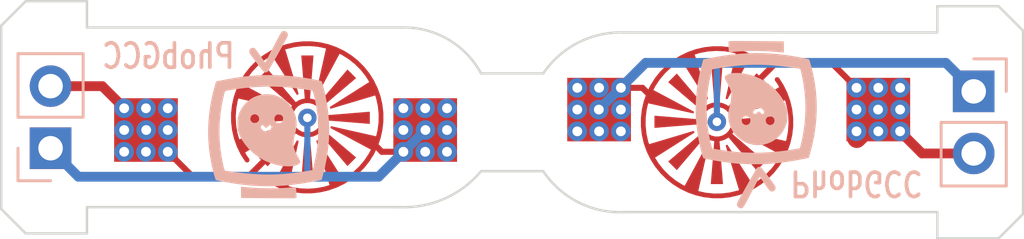
<source format=kicad_pcb>
(kicad_pcb (version 20211014) (generator pcbnew)
  (layers (0 "F.Cu" signal) (31 "B.Cu" signal) (36 "B.SilkS" user "B.Silkscreen") (37 "F.SilkS" user "F.Silkscreen") (38 "B.Mask" user) (39 "F.Mask" user) (44 "Edge.Cuts" user))
  (net 0 "")
  (net 1 "Net-(J1-Pad1)")
  (net 2 "Net-(J1-Pad2)")
  (net 3 "Net-(J2-Pad1)")
  (net 4 "Net-(J2-Pad2)")
  (footprint "PhobGCC_2_0_0_footprints:Trigger_Contact_Big" (layer "F.Cu") (at 116.797971 71.588)
    (fp_text reference "SW1" hide)
    (fp_text value "L" hide)
    (pad "1" thru_hole circle (at -5.7 -1.39) (size 0.8 0.8) (drill 0.4) (layers *.Cu *.Mask) (net 1 "Net-(J1-Pad1)"))
    (pad "1" thru_hole circle (at -4.81 0.39) (size 0.8 0.8) (drill 0.4) (layers *.Cu *.Mask) (net 1 "Net-(J1-Pad1)"))
    (pad "1" thru_hole circle (at -5.7 -0.5) (size 0.8 0.8) (drill 0.4) (layers *.Cu *.Mask) (net 1 "Net-(J1-Pad1)"))
    (pad "1" thru_hole circle (at -4.82 -0.5) (size 0.8 0.8) (drill 0.4) (layers *.Cu *.Mask) (net 1 "Net-(J1-Pad1)"))
    (pad "1" thru_hole circle (at -3.92 -1.39) (size 0.8 0.8) (drill 0.4) (layers *.Cu *.Mask) (net 1 "Net-(J1-Pad1)"))
    (pad "1" smd custom (at -2.65 -1) (size 0.356 0.356) (layers "F.Cu" "F.Paste" "F.Mask") (net 1 "Net-(J1-Pad1)") (options (clearance outline) (anchor circle)) (primitives (gr_arc (start 5.111435 -0.72988) (mid 0.526945 3.15211) (end 4.399839 -1.440066) (width 0.2)) (gr_poly (pts (xy 1.703449 1.369774) (xy 1.738804 1.440485) (xy 0.114665 2.472705) (xy -0.1505 1.924697)) (width 0) (fill yes)) (gr_poly (pts (xy 3.005749 1.969063) (xy 3.076459 1.933707) (xy 4.114047 3.568938) (xy 3.56604 3.834103)) (width 0) (fill yes)) (gr_poly (pts (xy 2.287472 0.057205) (xy 2.21676 0.092561) (xy 1.183521 -1.534395) (xy 1.731529 -1.79956)) (width 0) (fill yes)) (gr_poly (pts (xy 3.583103 1.448376) (xy 3.608104 1.373376) (xy 5.48821 1.792543) (xy 5.288209 2.367544)) (width 0) (fill yes)) (gr_poly (pts (xy 2.235686 1.937266) (xy 2.310687 1.962266) (xy 1.879832 3.875973) (xy 1.304833 3.675973)) (width 0) (fill yes)) (gr_poly (pts (xy 3.634031 0.65999) (xy 3.598676 0.58928) (xy 5.221933 -0.442173) (xy 5.487098 0.105835)) (width 0) (fill yes)) (gr_poly (pts (xy 3.079247 0.078767) (xy 3.004246 0.053767) (xy 3.426359 -1.833924) (xy 4.001359 -1.633924)) (width 0) (fill yes)) (gr_poly (pts (xy 1.716083 0.585141) (xy 1.691082 0.66014) (xy -0.234407 0.224862) (xy -0.034407 -0.350138)) (width 0) (fill yes))))
    (pad "1" thru_hole circle (at -3.92 -0.5) (size 0.8 0.8) (drill 0.4) (layers *.Cu *.Mask) (net 1 "Net-(J1-Pad1)"))
    (pad "1" thru_hole circle (at -3.92 0.39) (size 0.8 0.8) (drill 0.4) (layers *.Cu *.Mask) (net 1 "Net-(J1-Pad1)"))
    (pad "1" thru_hole circle (at -5.7 0.39) (size 0.8 0.8) (drill 0.4) (layers *.Cu *.Mask) (net 1 "Net-(J1-Pad1)"))
    (pad "1" thru_hole circle (at 0 0) (size 0.75 0.75) (drill 0.35) (layers *.Cu *.Mask) (net 1 "Net-(J1-Pad1)"))
    (pad "1" smd custom (at -4.81 -0.5) (size 1.524 1.524) (layers "F.Cu" "F.Paste" "F.Mask") (net 1 "Net-(J1-Pad1)") (options (clearance outline) (anchor circle)) (primitives (gr_rect (start -1.3 1.3) (end 1.3 -1.3) (width 0) (fill yes))))
    (pad "1" thru_hole circle (at -4.81 -1.39) (size 0.8 0.8) (drill 0.4) (layers *.Cu *.Mask) (net 1 "Net-(J1-Pad1)"))
    (pad "2" thru_hole circle (at 6.58 -0.5) (size 0.8 0.8) (drill 0.4) (layers *.Cu *.Mask) (net 2 "Net-(J1-Pad2)"))
    (pad "2" thru_hole circle (at 7.48 -0.5) (size 0.8 0.8) (drill 0.4) (layers *.Cu *.Mask) (net 2 "Net-(J1-Pad2)"))
    (pad "2" thru_hole circle (at 6.59 -1.39) (size 0.8 0.8) (drill 0.4) (layers *.Cu *.Mask) (net 2 "Net-(J1-Pad2)"))
    (pad "2" thru_hole circle (at 7.48 0.39) (size 0.8 0.8) (drill 0.4) (layers *.Cu *.Mask) (net 2 "Net-(J1-Pad2)"))
    (pad "2" thru_hole circle (at 7.48 -1.39) (size 0.8 0.8) (drill 0.4) (layers *.Cu *.Mask) (net 2 "Net-(J1-Pad2)"))
    (pad "2" thru_hole circle (at 5.7 0.39) (size 0.8 0.8) (drill 0.4) (layers *.Cu *.Mask) (net 2 "Net-(J1-Pad2)"))
    (pad "2" smd custom (at 1.65 -1.65) (size 0.356 0.156) (layers "F.Cu" "F.Paste" "F.Mask") (net 2 "Net-(J1-Pad2)") (options (clearance outline) (anchor rect)) (primitives (gr_poly (pts (xy -1.097608 1.226794) (xy -1.239029 1.085372) (xy -0.027632 -0.338156) (xy 0.325921 0.015398)) (width 0) (fill yes)) (gr_circle (center -1.65 1.65) (end -0.95 1.65) (width 0.2) (fill none)) (gr_poly (pts (xy -0.95 1.75) (xy -0.95 1.55) (xy 0.9 1.4) (xy 0.9 1.9)) (width 0) (fill yes)) (gr_poly (pts (xy -1.75 2.35) (xy -1.55 2.35) (xy -1.4 4.2) (xy -1.9 4.2)) (width 0) (fill yes)) (gr_poly (pts (xy -2.35 1.55) (xy -2.35 1.75) (xy -4.2 1.9) (xy -4.2 1.4)) (width 0) (fill yes)) (gr_poly (pts (xy -2.087557 1.085372) (xy -2.228979 1.226794) (xy -3.640007 0.027898) (xy -3.286453 -0.325656)) (width 0) (fill yes)) (gr_poly (pts (xy -1.239029 2.216743) (xy -1.097608 2.075322) (xy 0.32592 3.286718) (xy -0.027633 3.640271)) (width 0) (fill yes)) (gr_poly (pts (xy -2.228979 2.075322) (xy -2.087557 2.216743) (xy -3.286451 3.62777) (xy -3.640005 3.274217)) (width 0) (fill yes)) (gr_poly (pts (xy -1.55 0.95) (xy -1.75 0.95) (xy -1.9 -0.9) (xy -1.4 -0.9)) (width 0) (fill yes))))
    (pad "2" thru_hole circle (at 5.7 -0.5) (size 0.8 0.8) (drill 0.4) (layers *.Cu *.Mask) (net 2 "Net-(J1-Pad2)"))
    (pad "2" thru_hole circle (at 6.59 0.39) (size 0.8 0.8) (drill 0.4) (layers *.Cu *.Mask) (net 2 "Net-(J1-Pad2)"))
    (pad "2" smd custom (at 6.59 -0.5) (size 1.524 1.524) (layers "F.Cu" "F.Paste" "F.Mask") (net 2 "Net-(J1-Pad2)") (options (clearance outline) (anchor circle)) (primitives (gr_rect (start -1.3 1.3) (end 1.3 -1.3) (width 0) (fill yes))))
    (pad "2" thru_hole circle (at 5.7 -1.39) (size 0.8 0.8) (drill 0.4) (layers *.Cu *.Mask) (net 2 "Net-(J1-Pad2)"))
  )
  (footprint "PhobGCC_Footprints:breakaway-mousebites-double" (layer "F.Cu") (at 109.705907 71.375 90)
    (fp_text reference "H2" hide)
    (fp_text value "MouseBiteRA" hide)
    (fp_line (start -2.233 -2.537893) (end -2.233 0.002107) (layer "Edge.Cuts") (width 0.1))
    (fp_line (start 1.767 -2.537893) (end 1.767 0.002107) (layer "Edge.Cuts") (width 0.1))
    (pad "" np_thru_hole circle (at -0.23 -2.26085 270) (size 0.7874 0.7874) (drill 0.7874) (layers *.Cu *.Mask))
    (pad "" np_thru_hole circle (at 1.04 -0.23 90) (size 0.7874 0.7874) (drill 0.7874) (layers *.Cu *.Mask))
    (pad "" np_thru_hole circle (at -1.5 -0.23 90) (size 0.7874 0.7874) (drill 0.7874) (layers *.Cu *.Mask))
    (pad "" np_thru_hole circle (at -0.23 -0.23 90) (size 0.7874 0.7874) (drill 0.7874) (layers *.Cu *.Mask))
    (pad "" np_thru_hole circle (at 1.04 -2.26085 270) (size 0.7874 0.7874) (drill 0.7874) (layers *.Cu *.Mask))
    (pad "" np_thru_hole circle (at -1.5 -2.26085 270) (size 0.7874 0.7874) (drill 0.7874) (layers *.Cu *.Mask))
  )
  (footprint "PhobGCC_2_0_0_footprints:Trigger_Contact_Big" (layer "F.Cu") (at 100.078057 71.424503 180)
    (fp_text reference "SW2" hide)
    (fp_text value "R" hide)
    (pad "1" thru_hole circle (at -5.7 -1.39 180) (size 0.8 0.8) (drill 0.4) (layers *.Cu *.Mask) (net 3 "Net-(J2-Pad1)"))
    (pad "1" thru_hole circle (at -3.92 -0.5 180) (size 0.8 0.8) (drill 0.4) (layers *.Cu *.Mask) (net 3 "Net-(J2-Pad1)"))
    (pad "1" smd custom (at -4.81 -0.5 180) (size 1.524 1.524) (layers "F.Cu" "F.Paste" "F.Mask") (net 3 "Net-(J2-Pad1)") (options (clearance outline) (anchor circle)) (primitives (gr_rect (start -1.3 1.3) (end 1.3 -1.3) (width 0) (fill yes))))
    (pad "1" thru_hole circle (at -3.92 -1.39 180) (size 0.8 0.8) (drill 0.4) (layers *.Cu *.Mask) (net 3 "Net-(J2-Pad1)"))
    (pad "1" smd custom (at -2.65 -1 180) (size 0.356 0.356) (layers "F.Cu" "F.Paste" "F.Mask") (net 3 "Net-(J2-Pad1)") (options (clearance outline) (anchor circle)) (primitives (gr_arc (start 5.111435 -0.72988) (mid 0.526945 3.15211) (end 4.399839 -1.440066) (width 0.2)) (gr_poly (pts (xy 1.703449 1.369774) (xy 1.738804 1.440485) (xy 0.114665 2.472705) (xy -0.1505 1.924697)) (width 0) (fill yes)) (gr_poly (pts (xy 3.005749 1.969063) (xy 3.076459 1.933707) (xy 4.114047 3.568938) (xy 3.56604 3.834103)) (width 0) (fill yes)) (gr_poly (pts (xy 2.287472 0.057205) (xy 2.21676 0.092561) (xy 1.183521 -1.534395) (xy 1.731529 -1.79956)) (width 0) (fill yes)) (gr_poly (pts (xy 3.583103 1.448376) (xy 3.608104 1.373376) (xy 5.48821 1.792543) (xy 5.288209 2.367544)) (width 0) (fill yes)) (gr_poly (pts (xy 2.235686 1.937266) (xy 2.310687 1.962266) (xy 1.879832 3.875973) (xy 1.304833 3.675973)) (width 0) (fill yes)) (gr_poly (pts (xy 3.634031 0.65999) (xy 3.598676 0.58928) (xy 5.221933 -0.442173) (xy 5.487098 0.105835)) (width 0) (fill yes)) (gr_poly (pts (xy 3.079247 0.078767) (xy 3.004246 0.053767) (xy 3.426359 -1.833924) (xy 4.001359 -1.633924)) (width 0) (fill yes)) (gr_poly (pts (xy 1.716083 0.585141) (xy 1.691082 0.66014) (xy -0.234407 0.224862) (xy -0.034407 -0.350138)) (width 0) (fill yes))))
    (pad "1" thru_hole circle (at -4.81 0.39 180) (size 0.8 0.8) (drill 0.4) (layers *.Cu *.Mask) (net 3 "Net-(J2-Pad1)"))
    (pad "1" thru_hole circle (at -4.81 -1.39 180) (size 0.8 0.8) (drill 0.4) (layers *.Cu *.Mask) (net 3 "Net-(J2-Pad1)"))
    (pad "1" thru_hole circle (at 0 0 180) (size 0.75 0.75) (drill 0.35) (layers *.Cu *.Mask) (net 3 "Net-(J2-Pad1)"))
    (pad "1" thru_hole circle (at -5.7 -0.5 180) (size 0.8 0.8) (drill 0.4) (layers *.Cu *.Mask) (net 3 "Net-(J2-Pad1)"))
    (pad "1" thru_hole circle (at -4.82 -0.5 180) (size 0.8 0.8) (drill 0.4) (layers *.Cu *.Mask) (net 3 "Net-(J2-Pad1)"))
    (pad "1" thru_hole circle (at -3.92 0.39 180) (size 0.8 0.8) (drill 0.4) (layers *.Cu *.Mask) (net 3 "Net-(J2-Pad1)"))
    (pad "1" thru_hole circle (at -5.7 0.39 180) (size 0.8 0.8) (drill 0.4) (layers *.Cu *.Mask) (net 3 "Net-(J2-Pad1)"))
    (pad "2" thru_hole circle (at 6.58 -0.5 180) (size 0.8 0.8) (drill 0.4) (layers *.Cu *.Mask) (net 4 "Net-(J2-Pad2)"))
    (pad "2" smd custom (at 6.59 -0.5 180) (size 1.524 1.524) (layers "F.Cu" "F.Paste" "F.Mask") (net 4 "Net-(J2-Pad2)") (options (clearance outline) (anchor circle)) (primitives (gr_rect (start -1.3 1.3) (end 1.3 -1.3) (width 0) (fill yes))))
    (pad "2" smd custom (at 1.65 -1.65 180) (size 0.356 0.156) (layers "F.Cu" "F.Paste" "F.Mask") (net 4 "Net-(J2-Pad2)") (options (clearance outline) (anchor rect)) (primitives (gr_poly (pts (xy -1.097608 1.226794) (xy -1.239029 1.085372) (xy -0.027632 -0.338156) (xy 0.325921 0.015398)) (width 0) (fill yes)) (gr_circle (center -1.65 1.65) (end -0.95 1.65) (width 0.2) (fill none)) (gr_poly (pts (xy -0.95 1.75) (xy -0.95 1.55) (xy 0.9 1.4) (xy 0.9 1.9)) (width 0) (fill yes)) (gr_poly (pts (xy -1.75 2.35) (xy -1.55 2.35) (xy -1.4 4.2) (xy -1.9 4.2)) (width 0) (fill yes)) (gr_poly (pts (xy -2.35 1.55) (xy -2.35 1.75) (xy -4.2 1.9) (xy -4.2 1.4)) (width 0) (fill yes)) (gr_poly (pts (xy -2.087557 1.085372) (xy -2.228979 1.226794) (xy -3.640007 0.027898) (xy -3.286453 -0.325656)) (width 0) (fill yes)) (gr_poly (pts (xy -1.239029 2.216743) (xy -1.097608 2.075322) (xy 0.32592 3.286718) (xy -0.027633 3.640271)) (width 0) (fill yes)) (gr_poly (pts (xy -2.228979 2.075322) (xy -2.087557 2.216743) (xy -3.286451 3.62777) (xy -3.640005 3.274217)) (width 0) (fill yes)) (gr_poly (pts (xy -1.55 0.95) (xy -1.75 0.95) (xy -1.9 -0.9) (xy -1.4 -0.9)) (width 0) (fill yes))))
    (pad "2" thru_hole circle (at 6.59 -1.39 180) (size 0.8 0.8) (drill 0.4) (layers *.Cu *.Mask) (net 4 "Net-(J2-Pad2)"))
    (pad "2" thru_hole circle (at 7.48 -0.5 180) (size 0.8 0.8) (drill 0.4) (layers *.Cu *.Mask) (net 4 "Net-(J2-Pad2)"))
    (pad "2" thru_hole circle (at 7.48 0.39 180) (size 0.8 0.8) (drill 0.4) (layers *.Cu *.Mask) (net 4 "Net-(J2-Pad2)"))
    (pad "2" thru_hole circle (at 5.7 -0.5 180) (size 0.8 0.8) (drill 0.4) (layers *.Cu *.Mask) (net 4 "Net-(J2-Pad2)"))
    (pad "2" thru_hole circle (at 6.59 0.39 180) (size 0.8 0.8) (drill 0.4) (layers *.Cu *.Mask) (net 4 "Net-(J2-Pad2)"))
    (pad "2" thru_hole circle (at 5.7 -1.39 180) (size 0.8 0.8) (drill 0.4) (layers *.Cu *.Mask) (net 4 "Net-(J2-Pad2)"))
    (pad "2" thru_hole circle (at 5.7 0.39 180) (size 0.8 0.8) (drill 0.4) (layers *.Cu *.Mask) (net 4 "Net-(J2-Pad2)"))
    (pad "2" thru_hole circle (at 7.48 -1.39 180) (size 0.8 0.8) (drill 0.4) (layers *.Cu *.Mask) (net 4 "Net-(J2-Pad2)"))
  )
  (footprint "PhobGCC_Footprints:Pin_Header_Straight_1x02_Pitch2.54mm" (layer "B.Cu") (at 127.282971 70.343003 180)
    (fp_text reference "J1" hide)
    (fp_text value "L" hide)
    (fp_line (start -1.33 0) (end -1.33 1.33) (layer "B.SilkS") (width 0.12))
    (fp_line (start -1.33 1.33) (end 0 1.33) (layer "B.SilkS") (width 0.12))
    (fp_line (start 1.33 -1.27) (end 1.33 -3.87) (layer "B.SilkS") (width 0.12))
    (fp_line (start -1.33 -1.27) (end 1.33 -1.27) (layer "B.SilkS") (width 0.12))
    (fp_line (start -1.33 -3.87) (end 1.33 -3.87) (layer "B.SilkS") (width 0.12))
    (fp_line (start -1.33 -1.27) (end -1.33 -3.87) (layer "B.SilkS") (width 0.12))
    (pad "1" thru_hole rect (at 0 0 180) (size 1.7 1.7) (drill 1) (layers *.Cu *.Mask) (net 1 "Net-(J1-Pad1)"))
    (pad "2" thru_hole oval (at 0 -2.54 180) (size 1.7 1.7) (drill 1) (layers *.Cu *.Mask) (net 2 "Net-(J1-Pad2)"))
  )
  (footprint "Library:phobtv_bold_smol" (layer "B.Cu") (at 118.4 71.7)
    (fp_text reference "G***" hide)
    (fp_text value "LOGO" hide)
    (fp_poly (pts (xy 1.128773 -2.944901) (xy 1.13119 -2.945735) (xy 1.132329 -2.957281) (xy 1.133129 -2.986661) (xy 1.13361 -3.029938) (xy 1.133795 -3.083174) (xy 1.133708 -3.142431) (xy 1.133368 -3.203771) (xy 1.1328 -3.263258) (xy 1.132025 -3.316954) (xy 1.131065 -3.360921) (xy 1.129943 -3.391221) (xy 1.128681 -3.403918) (xy 1.128604 -3.404031) (xy 1.117709 -3.404349) (xy 1.086478 -3.404802) (xy 1.036351 -3.405378) (xy 0.968764 -3.406064) (xy 0.885158 -3.406847) (xy 0.78697 -3.407716) (xy 0.675639 -3.408657) (xy 0.552603 -3.409658) (xy 0.419301 -3.410707) (xy 0.277172 -3.411792) (xy 0.127653 -3.412899) (xy 0.004348 -3.413788) (xy -0.185953 -3.415088) (xy -0.355457 -3.416119) (xy -0.505138 -3.416879) (xy -0.635972 -3.417362) (xy -0.748934 -3.417564) (xy -0.844998 -3.417481) (xy -0.925141 -3.417108) (xy -0.990337 -3.416442) (xy -1.041561 -3.415478) (xy -1.07979 -3.414212) (xy -1.105997 -3.41264) (xy -1.121158 -3.410757) (xy -1.126145 -3.408828) (xy -1.128989 -3.393264) (xy -1.13037 -3.360941) (xy -1.130462 -3.315773) (xy -1.12944 -3.261675) (xy -1.127477 -3.202563) (xy -1.124747 -3.142353) (xy -1.121424 -3.084958) (xy -1.117681 -3.034296) (xy -1.113692 -2.99428) (xy -1.109632 -2.968827) (xy -1.106286 -2.961564) (xy -1.09193 -2.962508) (xy -1.059643 -2.964987) (xy -1.01319 -2.9687) (xy -0.956337 -2.973346) (xy -0.903643 -2.977721) (xy -0.602638 -2.997432) (xy -0.288392 -3.007747) (xy 0.032733 -3.008756) (xy 0.354379 -3.000551) (xy 0.670184 -2.983219) (xy 0.973789 -2.956852) (xy 1.033638 -2.950373) (xy 1.076029 -2.946313) (xy 1.109532 -2.944404)) (layer "B.SilkS") (width 0) (fill solid))
    (fp_poly (pts (xy 0.162363 0.840019) (xy 0.312452 0.819482) (xy 0.461465 0.779284) (xy 0.607771 0.718737) (xy 0.649975 0.696997) (xy 0.7857 0.611664) (xy 0.907633 0.509969) (xy 1.014824 0.393133) (xy 1.106325 0.262377) (xy 1.181188 0.118921) (xy 1.238463 -0.036012) (xy 1.249378 -0.074365) (xy 1.260146 -0.116636) (xy 1.267816 -0.154048) (xy 1.272903 -0.191873) (xy 1.275924 -0.235381) (xy 1.277397 -0.289844) (xy 1.277837 -0.360533) (xy 1.277841 -0.364724) (xy 1.275868 -0.472086) (xy 1.269006 -0.563504) (xy 1.256148 -0.644475) (xy 1.236185 -0.720499) (xy 1.208011 -0.797073) (xy 1.176628 -0.867015) (xy 1.077804 -1.048975) (xy 0.96094 -1.22021) (xy 0.827496 -1.379683) (xy 0.678932 -1.526355) (xy 0.516709 -1.65919) (xy 0.342288 -1.777149) (xy 0.157128 -1.879195) (xy -0.037309 -1.964291) (xy -0.239564 -2.031398) (xy -0.448175 -2.07948) (xy -0.553086 -2.095888) (xy -0.636564 -2.104315) (xy -0.727664 -2.109134) (xy -0.819318 -2.110274) (xy -0.904461 -2.107663) (xy -0.976024 -2.101228) (xy -0.982752 -2.100285) (xy -1.07249 -2.082329) (xy -1.148703 -2.05724) (xy -1.209671 -2.026053) (xy -1.253675 -1.989807) (xy -1.278997 -1.949539) (xy -1.284697 -1.918084) (xy -1.278264 -1.88773) (xy -1.25929 -1.840995) (xy -1.228266 -1.77894) (xy -1.18568 -1.702631) (xy -1.184754 -1.701035) (xy -1.126819 -1.596941) (xy -1.082312 -1.506876) (xy -1.050215 -1.42858) (xy -1.029509 -1.359792) (xy -1.027924 -1.35289) (xy -1.015291 -1.261036) (xy -1.014202 -1.153305) (xy -1.024399 -1.032121) (xy -1.045625 -0.899909) (xy -1.077623 -0.759092) (xy -1.099252 -0.680454) (xy -1.125763 -0.5577) (xy -1.129806 -0.513594) (xy -0.111014 -0.513594) (xy -0.094045 -0.558235) (xy -0.080596 -0.579578) (xy -0.032354 -0.632298) (xy 0.024243 -0.664967) (xy 0.089325 -0.677622) (xy 0.163027 -0.670306) (xy 0.192531 -0.662538) (xy 0.222368 -0.646408) (xy 0.256711 -0.617636) (xy 0.289227 -0.582469) (xy 0.313587 -0.547154) (xy 0.317613 -0.539138) (xy 0.324271 -0.500678) (xy 0.312081 -0.464065) (xy 0.288276 -0.439778) (xy 0.26483 -0.428438) (xy 0.241928 -0.430528) (xy 0.228569 -0.435517) (xy 0.206162 -0.447203) (xy 0.196022 -0.457239) (xy 0.195971 -0.457751) (xy 0.18954 -0.47093) (xy 0.173528 -0.492971) (xy 0.167785 -0.499979) (xy 0.134228 -0.527281) (xy 0.098891 -0.533367) (xy 0.064139 -0.518164) (xy 0.048583 -0.503536) (xy 0.023265 -0.475015) (xy -0.000411 -0.448248) (xy -0.000558 -0.448081) (xy -0.022967 -0.430011) (xy -0.048129 -0.428798) (xy -0.052357 -0.429745) (xy -0.089782 -0.44729) (xy -0.109463 -0.475926) (xy -0.111014 -0.513594) (xy -1.129806 -0.513594) (xy -1.137966 -0.424562) (xy -1.135917 -0.287023) (xy -1.120353 -0.156754) (xy -0.587872 -0.156754) (xy -0.577987 -0.219373) (xy -0.549907 -0.273013) (xy -0.505844 -0.314169) (xy -0.479406 -0.328575) (xy -0.441228 -0.337057) (xy -0.393983 -0.336335) (xy -0.347856 -0.327377) (xy -0.31562 -0.313009) (xy -0.269034 -0.272203) (xy -0.241614 -0.224727) (xy -0.234696 -0.191958) (xy 0.393496 -0.191958) (xy 0.399564 -0.220902) (xy 0.414631 -0.248514) (xy 0.415734 -0.250148) (xy 0.45918 -0.299023) (xy 0.510129 -0.327839) (xy 0.570194 -0.337501) (xy 0.571582 -0.337505) (xy 0.620945 -0.332523) (xy 0.660164 -0.315875) (xy 0.664976 -0.31275) (xy 0.712785 -0.271466) (xy 0.740478 -0.224403) (xy 0.749504 -0.168779) (xy 0.748914 -0.15171) (xy 0.735905 -0.088784) (xy 0.7064 -0.0399) (xy 0.659971 -0.004405) (xy 0.64887 0.00103) (xy 0.59371 0.018531) (xy 0.541799 0.017155) (xy 0.494294 0.00103) (xy 0.444503 -0.031922) (xy 0.41172 -0.078135) (xy 0.395517 -0.138262) (xy 0.39425 -0.15171) (xy 0.393496 -0.191958) (xy -0.234696 -0.191958) (xy -0.231692 -0.177729) (xy -0.235855 -0.118771) (xy -0.257272 -0.067345) (xy -0.292399 -0.025802) (xy -0.337693 0.003508) (xy -0.389611 0.018236) (xy -0.444609 0.016031) (xy -0.495048 -0.003067) (xy -0.545257 -0.041774) (xy -0.576057 -0.090243) (xy -0.58774 -0.148953) (xy -0.587872 -0.156754) (xy -1.120353 -0.156754) (xy -1.119673 -0.151063) (xy -1.093177 -0.035732) (xy -1.038897 0.11477) (xy -0.967752 0.253152) (xy -0.881373 0.378727) (xy -0.78139 0.49081) (xy -0.669436 0.588715) (xy -0.547141 0.671757) (xy -0.416136 0.739249) (xy -0.278052 0.790507) (xy -0.13452 0.824845) (xy 0.012828 0.841578)) (layer "B.SilkS") (width 0) (fill solid))
    (fp_poly (pts (xy 0.161396 1.622304) (xy 0.359089 1.616435) (xy 0.55271 1.606222) (xy 0.745436 1.59131) (xy 0.940445 1.571344) (xy 1.140916 1.545968) (xy 1.350027 1.514829) (xy 1.570956 1.477571) (xy 1.806882 1.433839) (xy 1.997747 1.396139) (xy 2.150102 1.365355) (xy 2.185427 1.246094) (xy 2.287068 0.867295) (xy 2.367023 0.490327) (xy 2.425295 0.115066) (xy 2.461884 -0.258609) (xy 2.476792 -0.630822) (xy 2.470021 -1.001695) (xy 2.441573 -1.371351) (xy 2.391447 -1.739913) (xy 2.319647 -2.107503) (xy 2.230065 -2.460523) (xy 2.212119 -2.522292) (xy 2.195241 -2.577153) (xy 2.180618 -2.621498) (xy 2.169433 -2.65172) (xy 2.16324 -2.663909) (xy 2.148336 -2.670215) (xy 2.114475 -2.679704) (xy 2.064156 -2.691854) (xy 1.999881 -2.706146) (xy 1.924149 -2.722059) (xy 1.83946 -2.739071) (xy 1.748315 -2.756662) (xy 1.653212 -2.774312) (xy 1.556654 -2.7915) (xy 1.521687 -2.797531) (xy 1.214507 -2.844327) (xy 0.90246 -2.880878) (xy 0.590486 -2.906829) (xy 0.283522 -2.921827) (xy -0.013496 -2.925517) (xy -0.206858 -2.921402) (xy -0.635153 -2.897266) (xy -1.057241 -2.855709) (xy -1.477714 -2.796132) (xy -1.901164 -2.717939) (xy -2.10039 -2.675066) (xy -2.159417 -2.661807) (xy -2.190705 -2.553) (xy -2.289951 -2.171057) (xy -2.36751 -1.790765) (xy -2.423391 -1.411891) (xy -2.457599 -1.034205) (xy -2.470143 -0.657475) (xy -2.47004 -0.653236) (xy -2.018199 -0.653236) (xy -2.015624 -0.837629) (xy -2.008388 -1.009704) (xy -1.995885 -1.175605) (xy -1.97751 -1.341472) (xy -1.952657 -1.513449) (xy -1.92072 -1.697678) (xy -1.909276 -1.758294) (xy -1.897795 -1.815238) (xy -1.883895 -1.879697) (xy -1.868416 -1.948237) (xy -1.852198 -2.017424) (xy -1.83608 -2.083823) (xy -1.820901 -2.144001) (xy -1.8075 -2.194523) (xy -1.796718 -2.231954) (xy -1.789394 -2.25286) (xy -1.787677 -2.255773) (xy -1.774485 -2.260242) (xy -1.742879 -2.267433) (xy -1.695972 -2.276798) (xy -1.636878 -2.287791) (xy -1.56871 -2.299863) (xy -1.494581 -2.312466) (xy -1.417604 -2.325052) (xy -1.340894 -2.337075) (xy -1.267563 -2.347985) (xy -1.246592 -2.350973) (xy -0.94631 -2.389436) (xy -0.660917 -2.417912) (xy -0.386075 -2.436633) (xy -0.117447 -2.445835) (xy 0.149305 -2.445752) (xy 0.375611 -2.438654) (xy 0.705458 -2.418983) (xy 1.026407 -2.389658) (xy 1.348651 -2.349642) (xy 1.55688 -2.318483) (xy 1.622041 -2.308042) (xy 1.681006 -2.298423) (xy 1.729909 -2.290271) (xy 1.764885 -2.284229) (xy 1.781791 -2.281008) (xy 1.792169 -2.276096) (xy 1.801247 -2.264442) (xy 1.810361 -2.242642) (xy 1.820847 -2.207293) (xy 1.834041 -2.154989) (xy 1.838444 -2.13667) (xy 1.914414 -1.773068) (xy 1.968612 -1.409741) (xy 2.001039 -1.046666) (xy 2.011693 -0.683817) (xy 2.000576 -0.321167) (xy 1.967688 0.041309) (xy 1.91303 0.403636) (xy 1.867572 0.631128) (xy 1.851364 0.703463) (xy 1.835066 0.77303) (xy 1.819516 0.836552) (xy 1.805547 0.890754) (xy 1.793997 0.932364) (xy 1.785699 0.958105) (xy 1.782441 0.96478) (xy 1.768019 0.970209) (xy 1.73469 0.978064) (xy 1.685134 0.987921) (xy 1.622033 0.999359) (xy 1.548066 1.011952) (xy 1.465914 1.025279) (xy 1.378258 1.038917) (xy 1.287778 1.052442) (xy 1.197154 1.065432) (xy 1.109068 1.077463) (xy 1.026199 1.088112) (xy 0.951227 1.096957) (xy 0.930862 1.099176) (xy 0.567955 1.131126) (xy 0.211022 1.149214) (xy -0.137348 1.153418) (xy -0.474563 1.143713) (xy -0.798035 1.120075) (xy -0.843763 1.115477) (xy -0.928307 1.106209) (xy -1.019973 1.095349) (xy -1.116295 1.083259) (xy -1.214809 1.070302) (xy -1.31305 1.056841) (xy -1.408552 1.043239) (xy -1.498851 1.029858) (xy -1.581482 1.017061) (xy -1.65398 1.00521) (xy -1.713879 0.994669) (xy -1.758715 0.985801) (xy -1.786023 0.978967) (xy -1.793238 0.975757) (xy -1.798863 0.962277) (xy -1.808297 0.931036) (xy -1.820672 0.885541) (xy -1.835119 0.829296) (xy -1.850771 0.765807) (xy -1.866759 0.698581) (xy -1.882215 0.631122) (xy -1.896271 0.566937) (xy -1.905466 0.522589) (xy -1.945937 0.302451) (xy -1.976786 0.090528) (xy -1.998642 -0.11977) (xy -2.012137 -0.335032) (xy -2.017904 -0.561847) (xy -2.018199 -0.653236) (xy -2.47004 -0.653236) (xy -2.46103 -0.28147) (xy -2.430266 0.094041) (xy -2.377858 0.46929) (xy -2.303815 0.844507) (xy -2.296126 0.878126) (xy -2.278157 0.953714) (xy -2.258844 1.031297) (xy -2.239038 1.10781) (xy -2.219589 1.180186) (xy -2.201346 1.245359) (xy -2.18516 1.300263) (xy -2.171881 1.341833) (xy -2.162358 1.367001) (xy -2.158999 1.372774) (xy -2.14358 1.379498) (xy -2.109265 1.38919) (xy -2.058652 1.401343) (xy -1.994341 1.415449) (xy -1.918931 1.430998) (xy -1.835019 1.447485) (xy -1.745206 1.4644) (xy -1.65209 1.481236) (xy -1.55827 1.497485) (xy -1.466345 1.512639) (xy -1.378913 1.52619) (xy -1.358718 1.529172) (xy -1.090097 1.564906) (xy -0.831992 1.591709) (xy -0.576585 1.610147) (xy -0.31606 1.620784) (xy -0.043549 1.624185)) (layer "B.SilkS") (width 0) (fill solid))
    (fp_poly (pts (xy -0.59812 3.42473) (xy -0.584482 3.42319) (xy -0.571776 3.420306) (xy -0.559287 3.414918) (xy -0.546301 3.405862) (xy -0.532103 3.391979) (xy -0.515979 3.372104) (xy -0.497216 3.345077) (xy -0.475098 3.309736) (xy -0.448911 3.264918) (xy -0.417942 3.209462) (xy -0.381475 3.142206) (xy -0.338797 3.061987) (xy -0.289193 2.967645) (xy -0.23195 2.858017) (xy -0.166351 2.731941) (xy -0.091685 2.588256) (xy -0.055279 2.518204) (xy -0.01572 2.442223) (xy 0.02169 2.370611) (xy 0.055475 2.306177) (xy 0.084155 2.25173) (xy 0.106256 2.210079) (xy 0.120299 2.184032) (xy 0.122897 2.179369) (xy 0.138152 2.153686) (xy 0.147734 2.144631) (xy 0.156638 2.149851) (xy 0.164435 2.159793) (xy 0.174899 2.174535) (xy 0.195901 2.20475) (xy 0.22571 2.247925) (xy 0.262594 2.301545) (xy 0.304822 2.363097) (xy 0.350662 2.430066) (xy 0.359254 2.442633) (xy 0.418275 2.527919) (xy 0.46914 2.599199) (xy 0.511079 2.655455) (xy 0.543324 2.695666) (xy 0.565106 2.718812) (xy 0.57051 2.72294) (xy 0.618958 2.740681) (xy 0.670728 2.74032) (xy 0.719967 2.723501) (xy 0.760824 2.69187) (xy 0.780189 2.664) (xy 0.796689 2.61039) (xy 0.7918 2.554324) (xy 0.765475 2.495278) (xy 0.764157 2.493137) (xy 0.742209 2.459787) (xy 0.710563 2.414409) (xy 0.670928 2.359245) (xy 0.625015 2.296538) (xy 0.574533 2.228531) (xy 0.521192 2.157467) (xy 0.466703 2.085589) (xy 0.412775 2.015138) (xy 0.361119 1.948359) (xy 0.313444 1.887493) (xy 0.271461 1.834783) (xy 0.236879 1.792473) (xy 0.211408 1.762805) (xy 0.196759 1.748022) (xy 0.195304 1.747062) (xy 0.146972 1.733083) (xy 0.095475 1.735985) (xy 0.06297 1.747997) (xy 0.039548 1.7673) (xy 0.015318 1.797046) (xy 0.007057 1.810163) (xy -0.048584 1.907708) (xy -0.108173 2.012418) (xy -0.170529 2.122202) (xy -0.234473 2.234968) (xy -0.298824 2.348625) (xy -0.362402 2.461083) (xy -0.424028 2.57025) (xy -0.482521 2.674034) (xy -0.536701 2.770345) (xy -0.585388 2.857093) (xy -0.627403 2.932184) (xy -0.661565 2.993529) (xy -0.686694 3.039036) (xy -0.695127 3.054504) (xy -0.72892 3.117818) (xy -0.753166 3.165834) (xy -0.769319 3.202047) (xy -0.778833 3.229953) (xy -0.783161 3.253046) (xy -0.783883 3.267918) (xy -0.774178 3.323421) (xy -0.747489 3.370205) (xy -0.707453 3.404896) (xy -0.65771 3.424116) (xy -0.613403 3.42609)) (layer "B.SilkS") (width 0) (fill solid))
  )
  (footprint "PhobGCC_Footprints:Pin_Header_Straight_1x02_Pitch2.54mm" (layer "B.Cu") (at 89.593057 72.6695)
    (fp_text reference "J2" hide)
    (fp_text value "R" hide)
    (fp_line (start -1.33 -3.87) (end 1.33 -3.87) (layer "B.SilkS") (width 0.12))
    (fp_line (start -1.33 -1.27) (end -1.33 -3.87) (layer "B.SilkS") (width 0.12))
    (fp_line (start -1.33 1.33) (end 0 1.33) (layer "B.SilkS") (width 0.12))
    (fp_line (start -1.33 -1.27) (end 1.33 -1.27) (layer "B.SilkS") (width 0.12))
    (fp_line (start 1.33 -1.27) (end 1.33 -3.87) (layer "B.SilkS") (width 0.12))
    (fp_line (start -1.33 0) (end -1.33 1.33) (layer "B.SilkS") (width 0.12))
    (pad "1" thru_hole rect (at 0 0) (size 1.7 1.7) (drill 1) (layers *.Cu *.Mask) (net 3 "Net-(J2-Pad1)"))
    (pad "2" thru_hole oval (at 0 -2.54) (size 1.7 1.7) (drill 1) (layers *.Cu *.Mask) (net 4 "Net-(J2-Pad2)"))
  )
  (footprint "Library:phobtv_bold_smol" (layer "B.Cu") (at 98.5 71.3 180)
    (fp_text reference "G***" hide)
    (fp_text value "LOGO" hide)
    (fp_poly (pts (xy 1.128773 -2.944901) (xy 1.13119 -2.945735) (xy 1.132329 -2.957281) (xy 1.133129 -2.986661) (xy 1.13361 -3.029938) (xy 1.133795 -3.083174) (xy 1.133708 -3.142431) (xy 1.133368 -3.203771) (xy 1.1328 -3.263258) (xy 1.132025 -3.316954) (xy 1.131065 -3.360921) (xy 1.129943 -3.391221) (xy 1.128681 -3.403918) (xy 1.128604 -3.404031) (xy 1.117709 -3.404349) (xy 1.086478 -3.404802) (xy 1.036351 -3.405378) (xy 0.968764 -3.406064) (xy 0.885158 -3.406847) (xy 0.78697 -3.407716) (xy 0.675639 -3.408657) (xy 0.552603 -3.409658) (xy 0.419301 -3.410707) (xy 0.277172 -3.411792) (xy 0.127653 -3.412899) (xy 0.004348 -3.413788) (xy -0.185953 -3.415088) (xy -0.355457 -3.416119) (xy -0.505138 -3.416879) (xy -0.635972 -3.417362) (xy -0.748934 -3.417564) (xy -0.844998 -3.417481) (xy -0.925141 -3.417108) (xy -0.990337 -3.416442) (xy -1.041561 -3.415478) (xy -1.07979 -3.414212) (xy -1.105997 -3.41264) (xy -1.121158 -3.410757) (xy -1.126145 -3.408828) (xy -1.128989 -3.393264) (xy -1.13037 -3.360941) (xy -1.130462 -3.315773) (xy -1.12944 -3.261675) (xy -1.127477 -3.202563) (xy -1.124747 -3.142353) (xy -1.121424 -3.084958) (xy -1.117681 -3.034296) (xy -1.113692 -2.99428) (xy -1.109632 -2.968827) (xy -1.106286 -2.961564) (xy -1.09193 -2.962508) (xy -1.059643 -2.964987) (xy -1.01319 -2.9687) (xy -0.956337 -2.973346) (xy -0.903643 -2.977721) (xy -0.602638 -2.997432) (xy -0.288392 -3.007747) (xy 0.032733 -3.008756) (xy 0.354379 -3.000551) (xy 0.670184 -2.983219) (xy 0.973789 -2.956852) (xy 1.033638 -2.950373) (xy 1.076029 -2.946313) (xy 1.109532 -2.944404)) (layer "B.SilkS") (width 0) (fill solid))
    (fp_poly (pts (xy 0.162363 0.840019) (xy 0.312452 0.819482) (xy 0.461465 0.779284) (xy 0.607771 0.718737) (xy 0.649975 0.696997) (xy 0.7857 0.611664) (xy 0.907633 0.509969) (xy 1.014824 0.393133) (xy 1.106325 0.262377) (xy 1.181188 0.118921) (xy 1.238463 -0.036012) (xy 1.249378 -0.074365) (xy 1.260146 -0.116636) (xy 1.267816 -0.154048) (xy 1.272903 -0.191873) (xy 1.275924 -0.235381) (xy 1.277397 -0.289844) (xy 1.277837 -0.360533) (xy 1.277841 -0.364724) (xy 1.275868 -0.472086) (xy 1.269006 -0.563504) (xy 1.256148 -0.644475) (xy 1.236185 -0.720499) (xy 1.208011 -0.797073) (xy 1.176628 -0.867015) (xy 1.077804 -1.048975) (xy 0.96094 -1.22021) (xy 0.827496 -1.379683) (xy 0.678932 -1.526355) (xy 0.516709 -1.65919) (xy 0.342288 -1.777149) (xy 0.157128 -1.879195) (xy -0.037309 -1.964291) (xy -0.239564 -2.031398) (xy -0.448175 -2.07948) (xy -0.553086 -2.095888) (xy -0.636564 -2.104315) (xy -0.727664 -2.109134) (xy -0.819318 -2.110274) (xy -0.904461 -2.107663) (xy -0.976024 -2.101228) (xy -0.982752 -2.100285) (xy -1.07249 -2.082329) (xy -1.148703 -2.05724) (xy -1.209671 -2.026053) (xy -1.253675 -1.989807) (xy -1.278997 -1.949539) (xy -1.284697 -1.918084) (xy -1.278264 -1.88773) (xy -1.25929 -1.840995) (xy -1.228266 -1.77894) (xy -1.18568 -1.702631) (xy -1.184754 -1.701035) (xy -1.126819 -1.596941) (xy -1.082312 -1.506876) (xy -1.050215 -1.42858) (xy -1.029509 -1.359792) (xy -1.027924 -1.35289) (xy -1.015291 -1.261036) (xy -1.014202 -1.153305) (xy -1.024399 -1.032121) (xy -1.045625 -0.899909) (xy -1.077623 -0.759092) (xy -1.099252 -0.680454) (xy -1.125763 -0.5577) (xy -1.129806 -0.513594) (xy -0.111014 -0.513594) (xy -0.094045 -0.558235) (xy -0.080596 -0.579578) (xy -0.032354 -0.632298) (xy 0.024243 -0.664967) (xy 0.089325 -0.677622) (xy 0.163027 -0.670306) (xy 0.192531 -0.662538) (xy 0.222368 -0.646408) (xy 0.256711 -0.617636) (xy 0.289227 -0.582469) (xy 0.313587 -0.547154) (xy 0.317613 -0.539138) (xy 0.324271 -0.500678) (xy 0.312081 -0.464065) (xy 0.288276 -0.439778) (xy 0.26483 -0.428438) (xy 0.241928 -0.430528) (xy 0.228569 -0.435517) (xy 0.206162 -0.447203) (xy 0.196022 -0.457239) (xy 0.195971 -0.457751) (xy 0.18954 -0.47093) (xy 0.173528 -0.492971) (xy 0.167785 -0.499979) (xy 0.134228 -0.527281) (xy 0.098891 -0.533367) (xy 0.064139 -0.518164) (xy 0.048583 -0.503536) (xy 0.023265 -0.475015) (xy -0.000411 -0.448248) (xy -0.000558 -0.448081) (xy -0.022967 -0.430011) (xy -0.048129 -0.428798) (xy -0.052357 -0.429745) (xy -0.089782 -0.44729) (xy -0.109463 -0.475926) (xy -0.111014 -0.513594) (xy -1.129806 -0.513594) (xy -1.137966 -0.424562) (xy -1.135917 -0.287023) (xy -1.120353 -0.156754) (xy -0.587872 -0.156754) (xy -0.577987 -0.219373) (xy -0.549907 -0.273013) (xy -0.505844 -0.314169) (xy -0.479406 -0.328575) (xy -0.441228 -0.337057) (xy -0.393983 -0.336335) (xy -0.347856 -0.327377) (xy -0.31562 -0.313009) (xy -0.269034 -0.272203) (xy -0.241614 -0.224727) (xy -0.234696 -0.191958) (xy 0.393496 -0.191958) (xy 0.399564 -0.220902) (xy 0.414631 -0.248514) (xy 0.415734 -0.250148) (xy 0.45918 -0.299023) (xy 0.510129 -0.327839) (xy 0.570194 -0.337501) (xy 0.571582 -0.337505) (xy 0.620945 -0.332523) (xy 0.660164 -0.315875) (xy 0.664976 -0.31275) (xy 0.712785 -0.271466) (xy 0.740478 -0.224403) (xy 0.749504 -0.168779) (xy 0.748914 -0.15171) (xy 0.735905 -0.088784) (xy 0.7064 -0.0399) (xy 0.659971 -0.004405) (xy 0.64887 0.00103) (xy 0.59371 0.018531) (xy 0.541799 0.017155) (xy 0.494294 0.00103) (xy 0.444503 -0.031922) (xy 0.41172 -0.078135) (xy 0.395517 -0.138262) (xy 0.39425 -0.15171) (xy 0.393496 -0.191958) (xy -0.234696 -0.191958) (xy -0.231692 -0.177729) (xy -0.235855 -0.118771) (xy -0.257272 -0.067345) (xy -0.292399 -0.025802) (xy -0.337693 0.003508) (xy -0.389611 0.018236) (xy -0.444609 0.016031) (xy -0.495048 -0.003067) (xy -0.545257 -0.041774) (xy -0.576057 -0.090243) (xy -0.58774 -0.148953) (xy -0.587872 -0.156754) (xy -1.120353 -0.156754) (xy -1.119673 -0.151063) (xy -1.093177 -0.035732) (xy -1.038897 0.11477) (xy -0.967752 0.253152) (xy -0.881373 0.378727) (xy -0.78139 0.49081) (xy -0.669436 0.588715) (xy -0.547141 0.671757) (xy -0.416136 0.739249) (xy -0.278052 0.790507) (xy -0.13452 0.824845) (xy 0.012828 0.841578)) (layer "B.SilkS") (width 0) (fill solid))
    (fp_poly (pts (xy 0.161396 1.622304) (xy 0.359089 1.616435) (xy 0.55271 1.606222) (xy 0.745436 1.59131) (xy 0.940445 1.571344) (xy 1.140916 1.545968) (xy 1.350027 1.514829) (xy 1.570956 1.477571) (xy 1.806882 1.433839) (xy 1.997747 1.396139) (xy 2.150102 1.365355) (xy 2.185427 1.246094) (xy 2.287068 0.867295) (xy 2.367023 0.490327) (xy 2.425295 0.115066) (xy 2.461884 -0.258609) (xy 2.476792 -0.630822) (xy 2.470021 -1.001695) (xy 2.441573 -1.371351) (xy 2.391447 -1.739913) (xy 2.319647 -2.107503) (xy 2.230065 -2.460523) (xy 2.212119 -2.522292) (xy 2.195241 -2.577153) (xy 2.180618 -2.621498) (xy 2.169433 -2.65172) (xy 2.16324 -2.663909) (xy 2.148336 -2.670215) (xy 2.114475 -2.679704) (xy 2.064156 -2.691854) (xy 1.999881 -2.706146) (xy 1.924149 -2.722059) (xy 1.83946 -2.739071) (xy 1.748315 -2.756662) (xy 1.653212 -2.774312) (xy 1.556654 -2.7915) (xy 1.521687 -2.797531) (xy 1.214507 -2.844327) (xy 0.90246 -2.880878) (xy 0.590486 -2.906829) (xy 0.283522 -2.921827) (xy -0.013496 -2.925517) (xy -0.206858 -2.921402) (xy -0.635153 -2.897266) (xy -1.057241 -2.855709) (xy -1.477714 -2.796132) (xy -1.901164 -2.717939) (xy -2.10039 -2.675066) (xy -2.159417 -2.661807) (xy -2.190705 -2.553) (xy -2.289951 -2.171057) (xy -2.36751 -1.790765) (xy -2.423391 -1.411891) (xy -2.457599 -1.034205) (xy -2.470143 -0.657475) (xy -2.47004 -0.653236) (xy -2.018199 -0.653236) (xy -2.015624 -0.837629) (xy -2.008388 -1.009704) (xy -1.995885 -1.175605) (xy -1.97751 -1.341472) (xy -1.952657 -1.513449) (xy -1.92072 -1.697678) (xy -1.909276 -1.758294) (xy -1.897795 -1.815238) (xy -1.883895 -1.879697) (xy -1.868416 -1.948237) (xy -1.852198 -2.017424) (xy -1.83608 -2.083823) (xy -1.820901 -2.144001) (xy -1.8075 -2.194523) (xy -1.796718 -2.231954) (xy -1.789394 -2.25286) (xy -1.787677 -2.255773) (xy -1.774485 -2.260242) (xy -1.742879 -2.267433) (xy -1.695972 -2.276798) (xy -1.636878 -2.287791) (xy -1.56871 -2.299863) (xy -1.494581 -2.312466) (xy -1.417604 -2.325052) (xy -1.340894 -2.337075) (xy -1.267563 -2.347985) (xy -1.246592 -2.350973) (xy -0.94631 -2.389436) (xy -0.660917 -2.417912) (xy -0.386075 -2.436633) (xy -0.117447 -2.445835) (xy 0.149305 -2.445752) (xy 0.375611 -2.438654) (xy 0.705458 -2.418983) (xy 1.026407 -2.389658) (xy 1.348651 -2.349642) (xy 1.55688 -2.318483) (xy 1.622041 -2.308042) (xy 1.681006 -2.298423) (xy 1.729909 -2.290271) (xy 1.764885 -2.284229) (xy 1.781791 -2.281008) (xy 1.792169 -2.276096) (xy 1.801247 -2.264442) (xy 1.810361 -2.242642) (xy 1.820847 -2.207293) (xy 1.834041 -2.154989) (xy 1.838444 -2.13667) (xy 1.914414 -1.773068) (xy 1.968612 -1.409741) (xy 2.001039 -1.046666) (xy 2.011693 -0.683817) (xy 2.000576 -0.321167) (xy 1.967688 0.041309) (xy 1.91303 0.403636) (xy 1.867572 0.631128) (xy 1.851364 0.703463) (xy 1.835066 0.77303) (xy 1.819516 0.836552) (xy 1.805547 0.890754) (xy 1.793997 0.932364) (xy 1.785699 0.958105) (xy 1.782441 0.96478) (xy 1.768019 0.970209) (xy 1.73469 0.978064) (xy 1.685134 0.987921) (xy 1.622033 0.999359) (xy 1.548066 1.011952) (xy 1.465914 1.025279) (xy 1.378258 1.038917) (xy 1.287778 1.052442) (xy 1.197154 1.065432) (xy 1.109068 1.077463) (xy 1.026199 1.088112) (xy 0.951227 1.096957) (xy 0.930862 1.099176) (xy 0.567955 1.131126) (xy 0.211022 1.149214) (xy -0.137348 1.153418) (xy -0.474563 1.143713) (xy -0.798035 1.120075) (xy -0.843763 1.115477) (xy -0.928307 1.106209) (xy -1.019973 1.095349) (xy -1.116295 1.083259) (xy -1.214809 1.070302) (xy -1.31305 1.056841) (xy -1.408552 1.043239) (xy -1.498851 1.029858) (xy -1.581482 1.017061) (xy -1.65398 1.00521) (xy -1.713879 0.994669) (xy -1.758715 0.985801) (xy -1.786023 0.978967) (xy -1.793238 0.975757) (xy -1.798863 0.962277) (xy -1.808297 0.931036) (xy -1.820672 0.885541) (xy -1.835119 0.829296) (xy -1.850771 0.765807) (xy -1.866759 0.698581) (xy -1.882215 0.631122) (xy -1.896271 0.566937) (xy -1.905466 0.522589) (xy -1.945937 0.302451) (xy -1.976786 0.090528) (xy -1.998642 -0.11977) (xy -2.012137 -0.335032) (xy -2.017904 -0.561847) (xy -2.018199 -0.653236) (xy -2.47004 -0.653236) (xy -2.46103 -0.28147) (xy -2.430266 0.094041) (xy -2.377858 0.46929) (xy -2.303815 0.844507) (xy -2.296126 0.878126) (xy -2.278157 0.953714) (xy -2.258844 1.031297) (xy -2.239038 1.10781) (xy -2.219589 1.180186) (xy -2.201346 1.245359) (xy -2.18516 1.300263) (xy -2.171881 1.341833) (xy -2.162358 1.367001) (xy -2.158999 1.372774) (xy -2.14358 1.379498) (xy -2.109265 1.38919) (xy -2.058652 1.401343) (xy -1.994341 1.415449) (xy -1.918931 1.430998) (xy -1.835019 1.447485) (xy -1.745206 1.4644) (xy -1.65209 1.481236) (xy -1.55827 1.497485) (xy -1.466345 1.512639) (xy -1.378913 1.52619) (xy -1.358718 1.529172) (xy -1.090097 1.564906) (xy -0.831992 1.591709) (xy -0.576585 1.610147) (xy -0.31606 1.620784) (xy -0.043549 1.624185)) (layer "B.SilkS") (width 0) (fill solid))
    (fp_poly (pts (xy -0.59812 3.42473) (xy -0.584482 3.42319) (xy -0.571776 3.420306) (xy -0.559287 3.414918) (xy -0.546301 3.405862) (xy -0.532103 3.391979) (xy -0.515979 3.372104) (xy -0.497216 3.345077) (xy -0.475098 3.309736) (xy -0.448911 3.264918) (xy -0.417942 3.209462) (xy -0.381475 3.142206) (xy -0.338797 3.061987) (xy -0.289193 2.967645) (xy -0.23195 2.858017) (xy -0.166351 2.731941) (xy -0.091685 2.588256) (xy -0.055279 2.518204) (xy -0.01572 2.442223) (xy 0.02169 2.370611) (xy 0.055475 2.306177) (xy 0.084155 2.25173) (xy 0.106256 2.210079) (xy 0.120299 2.184032) (xy 0.122897 2.179369) (xy 0.138152 2.153686) (xy 0.147734 2.144631) (xy 0.156638 2.149851) (xy 0.164435 2.159793) (xy 0.174899 2.174535) (xy 0.195901 2.20475) (xy 0.22571 2.247925) (xy 0.262594 2.301545) (xy 0.304822 2.363097) (xy 0.350662 2.430066) (xy 0.359254 2.442633) (xy 0.418275 2.527919) (xy 0.46914 2.599199) (xy 0.511079 2.655455) (xy 0.543324 2.695666) (xy 0.565106 2.718812) (xy 0.57051 2.72294) (xy 0.618958 2.740681) (xy 0.670728 2.74032) (xy 0.719967 2.723501) (xy 0.760824 2.69187) (xy 0.780189 2.664) (xy 0.796689 2.61039) (xy 0.7918 2.554324) (xy 0.765475 2.495278) (xy 0.764157 2.493137) (xy 0.742209 2.459787) (xy 0.710563 2.414409) (xy 0.670928 2.359245) (xy 0.625015 2.296538) (xy 0.574533 2.228531) (xy 0.521192 2.157467) (xy 0.466703 2.085589) (xy 0.412775 2.015138) (xy 0.361119 1.948359) (xy 0.313444 1.887493) (xy 0.271461 1.834783) (xy 0.236879 1.792473) (xy 0.211408 1.762805) (xy 0.196759 1.748022) (xy 0.195304 1.747062) (xy 0.146972 1.733083) (xy 0.095475 1.735985) (xy 0.06297 1.747997) (xy 0.039548 1.7673) (xy 0.015318 1.797046) (xy 0.007057 1.810163) (xy -0.048584 1.907708) (xy -0.108173 2.012418) (xy -0.170529 2.122202) (xy -0.234473 2.234968) (xy -0.298824 2.348625) (xy -0.362402 2.461083) (xy -0.424028 2.57025) (xy -0.482521 2.674034) (xy -0.536701 2.770345) (xy -0.585388 2.857093) (xy -0.627403 2.932184) (xy -0.661565 2.993529) (xy -0.686694 3.039036) (xy -0.695127 3.054504) (xy -0.72892 3.117818) (xy -0.753166 3.165834) (xy -0.769319 3.202047) (xy -0.778833 3.229953) (xy -0.783161 3.253046) (xy -0.783883 3.267918) (xy -0.774178 3.323421) (xy -0.747489 3.370205) (xy -0.707453 3.404896) (xy -0.65771 3.424116) (xy -0.613403 3.42609)) (layer "B.SilkS") (width 0) (fill solid))
  )
  (gr_line (start 125.797971 67.933) (end 112.997971 67.933) (layer "Edge.Cuts") (width 0.1))
  (gr_line (start 91.078057 67.729503) (end 103.878057 67.729503) (layer "Edge.Cuts") (width 0.1))
  (gr_line (start 88.578057 66.654503) (end 91.078057 66.654503) (layer "Edge.Cuts") (width 0.1))
  (gr_line (start 128.297971 66.858) (end 125.797971 66.858) (layer "Edge.Cuts") (width 0.1))
  (gr_line (start 87.578057 75.154503) (end 88.578057 76.154503) (layer "Edge.Cuts") (width 0.1))
  (gr_arc (start 112.997971 75.283) (mid 111.133614 74.876392) (end 109.708014 73.608) (layer "Edge.Cuts") (width 0.1))
  (gr_line (start 128.297971 76.358) (end 129.297971 75.358) (layer "Edge.Cuts") (width 0.1))
  (gr_line (start 88.578057 66.654503) (end 87.578057 67.654503) (layer "Edge.Cuts") (width 0.1))
  (gr_arc (start 103.878057 67.729503) (mid 105.792312 68.197147) (end 107.168014 69.608) (layer "Edge.Cuts") (width 0.1))
  (gr_line (start 91.078057 67.729503) (end 91.078057 66.654503) (layer "Edge.Cuts") (width 0.1))
  (gr_line (start 128.297971 76.358) (end 125.797971 76.358) (layer "Edge.Cuts") (width 0.1))
  (gr_line (start 125.797971 66.858) (end 125.797971 67.933) (layer "Edge.Cuts") (width 0.1))
  (gr_line (start 91.078057 75.079503) (end 103.878057 75.079503) (layer "Edge.Cuts") (width 0.1))
  (gr_line (start 88.578057 76.154503) (end 91.078057 76.154503) (layer "Edge.Cuts") (width 0.1))
  (gr_arc (start 107.168014 73.608) (mid 105.69328 74.724381) (end 103.878057 75.079503) (layer "Edge.Cuts") (width 0.1))
  (gr_line (start 125.797971 75.283) (end 112.997971 75.283) (layer "Edge.Cuts") (width 0.1))
  (gr_line (start 91.078057 76.154503) (end 91.078057 75.079503) (layer "Edge.Cuts") (width 0.1))
  (gr_arc (start 109.708014 69.608) (mid 111.137673 68.347575) (end 112.997971 67.933) (layer "Edge.Cuts") (width 0.1))
  (gr_line (start 129.297971 67.858) (end 128.297971 66.858) (layer "Edge.Cuts") (width 0.1))
  (gr_line (start 125.797971 75.283) (end 125.797971 76.358) (layer "Edge.Cuts") (width 0.1))
  (gr_line (start 87.578057 75.154503) (end 87.578057 67.654503) (layer "Edge.Cuts") (width 0.1))
  (gr_line (start 129.297971 67.858) (end 129.297971 75.358) (layer "Edge.Cuts") (width 0.1))
  (gr_text "PhobGCC" (at 94.4 68.9) (layer "B.SilkS") (effects (font (size 1 0.8)) (justify mirror)))
  (gr_text "PhobGCC" (at 122.5 74.1 180) (layer "B.SilkS") (effects (font (size 1 0.8)) (justify mirror)))
  (segment (start 112.489971 70.902) (end 112.303971 71.088) (width 0.77) (layer "F.Cu") (net 1))
  (segment (start 112.877971 70.198) (end 113.757971 70.198) (width 0.25) (layer "F.Cu") (net 1))
  (segment (start 113.757971 70.198) (end 114.147971 70.588) (width 0.25) (layer "F.Cu") (net 1))
  (segment (start 113.888974 69.176997) (end 111.977971 71.088) (width 0.4) (layer "B.Cu") (net 1))
  (segment (start 116.776597 69.176997) (end 113.888974 69.176997) (width 0.4) (layer "B.Cu") (net 1))
  (segment (start 126.147968 69.176997) (end 116.776597 69.176997) (width 0.4) (layer "B.Cu") (net 1))
  (segment (start 127.303971 70.333) (end 126.147968 69.176997) (width 0.4) (layer "B.Cu") (net 1))
  (segment (start 116.797971 71.588) (end 116.797971 69.198371) (width 0.25) (layer "B.Cu") (net 1))
  (segment (start 116.797971 69.198371) (end 116.776597 69.176997) (width 0.25) (layer "B.Cu") (net 1))
  (segment (start 125.172974 72.883003) (end 123.377971 71.088) (width 0.4) (layer "F.Cu") (net 2))
  (segment (start 121.489571 69.1896) (end 119.196371 69.1896) (width 0.25) (layer "F.Cu") (net 2))
  (segment (start 122.497971 70.198) (end 121.489571 69.1896) (width 0.25) (layer "F.Cu") (net 2))
  (segment (start 127.282971 72.883003) (end 125.172974 72.883003) (width 0.4) (layer "F.Cu") (net 2))
  (segment (start 119.196371 69.1896) (end 118.447971 69.938) (width 0.25) (layer "F.Cu") (net 2))
  (segment (start 122.507971 72.274) (end 123.693971 71.088) (width 0.77) (layer "F.Cu") (net 2))
  (segment (start 103.118057 72.814503) (end 102.728057 72.424503) (width 0.25) (layer "F.Cu") (net 3))
  (segment (start 104.386057 72.110503) (end 104.572057 71.924503) (width 0.77) (layer "F.Cu") (net 3))
  (segment (start 103.998057 72.814503) (end 103.118057 72.814503) (width 0.25) (layer "F.Cu") (net 3))
  (segment (start 102.987054 73.835506) (end 104.898057 71.924503) (width 0.4) (layer "B.Cu") (net 3))
  (segment (start 100.078057 71.424503) (end 100.078057 73.814457) (width 0.25) (layer "B.Cu") (net 3))
  (segment (start 89.572057 72.679503) (end 90.72806 73.835506) (width 0.4) (layer "B.Cu") (net 3))
  (segment (start 90.72806 73.835506) (end 100.099106 73.835506) (width 0.4) (layer "B.Cu") (net 3))
  (segment (start 100.099106 73.835506) (end 102.987054 73.835506) (width 0.4) (layer "B.Cu") (net 3))
  (segment (start 100.078057 73.814457) (end 100.099106 73.835506) (width 0.25) (layer "B.Cu") (net 3))
  (segment (start 97.6376 73.8632) (end 95.426754 73.8632) (width 0.25) (layer "F.Cu") (net 4))
  (segment (start 95.426754 73.8632) (end 94.378057 72.814503) (width 0.25) (layer "F.Cu") (net 4))
  (segment (start 98.428057 73.074503) (end 98.426297 73.074503) (width 0.25) (layer "F.Cu") (net 4))
  (segment (start 91.703054 70.1295) (end 93.498057 71.924503) (width 0.4) (layer "F.Cu") (net 4))
  (segment (start 98.426297 73.074503) (end 97.6376 73.8632) (width 0.25) (layer "F.Cu") (net 4))
  (segment (start 89.593057 70.1295) (end 91.703054 70.1295) (width 0.4) (layer "F.Cu") (net 4))
)
</source>
